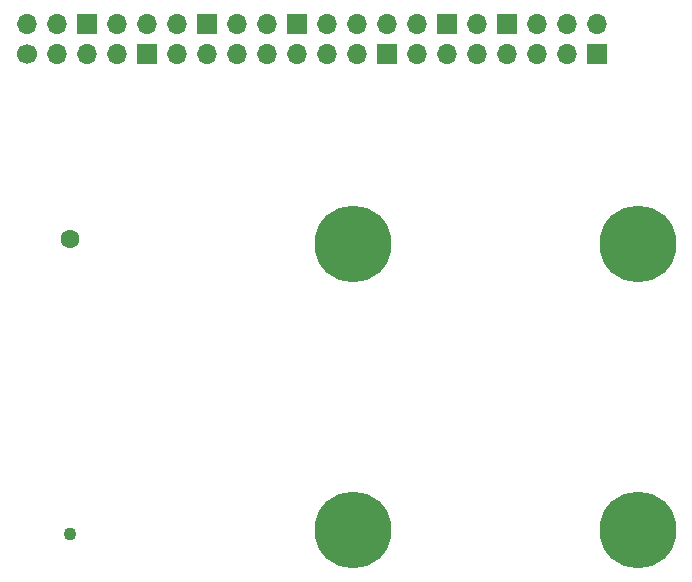
<source format=gbr>
%TF.GenerationSoftware,KiCad,Pcbnew,9.0.3*%
%TF.CreationDate,2025-08-29T17:44:56+02:00*%
%TF.ProjectId,RadioHAT,52616469-6f48-4415-942e-6b696361645f,rev?*%
%TF.SameCoordinates,Original*%
%TF.FileFunction,Soldermask,Bot*%
%TF.FilePolarity,Negative*%
%FSLAX46Y46*%
G04 Gerber Fmt 4.6, Leading zero omitted, Abs format (unit mm)*
G04 Created by KiCad (PCBNEW 9.0.3) date 2025-08-29 17:44:56*
%MOMM*%
%LPD*%
G01*
G04 APERTURE LIST*
%ADD10C,1.600000*%
%ADD11C,1.100000*%
%ADD12C,6.500000*%
%ADD13C,1.700000*%
%ADD14O,1.700000X1.700000*%
%ADD15R,1.700000X1.700000*%
G04 APERTURE END LIST*
D10*
%TO.C,J2*%
X119600000Y-91300000D03*
D11*
X119600000Y-116300000D03*
D12*
X143500000Y-91700000D03*
X143500000Y-115900000D03*
X167650000Y-91700000D03*
X167650000Y-115900000D03*
%TD*%
D13*
%TO.C,J1*%
X115900000Y-75628000D03*
D14*
X115900000Y-73088000D03*
X118440000Y-75628000D03*
X118440000Y-73088000D03*
X120980000Y-75628000D03*
D15*
X120980000Y-73088000D03*
D14*
X123520000Y-75628000D03*
X123520000Y-73088000D03*
D15*
X126060000Y-75628000D03*
D14*
X126060000Y-73088000D03*
X128600000Y-75628000D03*
X128600000Y-73088000D03*
X131140000Y-75628000D03*
D15*
X131140000Y-73088000D03*
D14*
X133680000Y-75628000D03*
X133680000Y-73088000D03*
X136220000Y-75628000D03*
X136220000Y-73088000D03*
X138760000Y-75628000D03*
D15*
X138760000Y-73088000D03*
D14*
X141300000Y-75628000D03*
X141300000Y-73088000D03*
X143840000Y-75628000D03*
X143840000Y-73088000D03*
D15*
X146380000Y-75628000D03*
D14*
X146380000Y-73088000D03*
X148920000Y-75628000D03*
X148920000Y-73088000D03*
X151460000Y-75628000D03*
D15*
X151460000Y-73088000D03*
D14*
X154000000Y-75628000D03*
X154000000Y-73088000D03*
X156540000Y-75628000D03*
D15*
X156540000Y-73088000D03*
D14*
X159080000Y-75628000D03*
X159080000Y-73088000D03*
X161620000Y-75628000D03*
X161620000Y-73088000D03*
D15*
X164160000Y-75628000D03*
D14*
X164160000Y-73088000D03*
%TD*%
M02*

</source>
